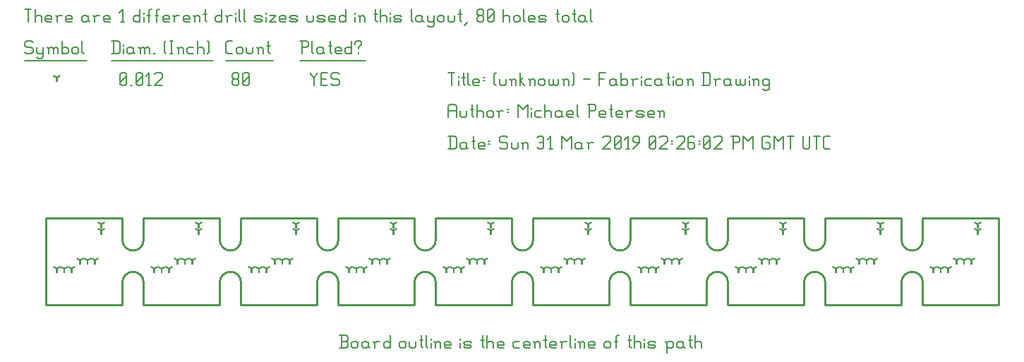
<source format=gbr>
G04 start of page 12 for group -3984 idx -3984 *
G04 Title: (unknown), fab *
G04 Creator: pcb 20140316 *
G04 CreationDate: Sun 31 Mar 2019 02:26:02 PM GMT UTC *
G04 For: railfan *
G04 Format: Gerber/RS-274X *
G04 PCB-Dimensions (mil): 4700.00 620.00 *
G04 PCB-Coordinate-Origin: lower left *
%MOIN*%
%FSLAX25Y25*%
%LNFAB*%
%ADD60C,0.0100*%
%ADD59C,0.0060*%
%ADD58C,0.0001*%
%ADD57R,0.0080X0.0080*%
G54D57*X36000Y49000D02*Y47400D01*
G54D58*G36*
X35454Y49147D02*X37533Y50346D01*
X37933Y49653D01*
X35853Y48454D01*
X35454Y49147D01*
G37*
G36*
X36147Y48454D02*X34067Y49653D01*
X34467Y50346D01*
X36546Y49147D01*
X36147Y48454D01*
G37*
G54D57*X36000Y46000D02*Y44400D01*
G54D58*G36*
X35454Y46147D02*X37533Y47346D01*
X37933Y46653D01*
X35853Y45454D01*
X35454Y46147D01*
G37*
G36*
X36147Y45454D02*X34067Y46653D01*
X34467Y47346D01*
X36546Y46147D01*
X36147Y45454D01*
G37*
G54D57*X15000Y28000D02*Y26400D01*
G54D58*G36*
X14454Y28147D02*X16533Y29346D01*
X16933Y28653D01*
X14853Y27454D01*
X14454Y28147D01*
G37*
G36*
X15147Y27454D02*X13067Y28653D01*
X13467Y29346D01*
X15546Y28147D01*
X15147Y27454D01*
G37*
G54D57*X18500Y28000D02*Y26400D01*
G54D58*G36*
X17954Y28147D02*X20033Y29346D01*
X20433Y28653D01*
X18353Y27454D01*
X17954Y28147D01*
G37*
G36*
X18647Y27454D02*X16567Y28653D01*
X16967Y29346D01*
X19046Y28147D01*
X18647Y27454D01*
G37*
G54D57*X22000Y28000D02*Y26400D01*
G54D58*G36*
X21454Y28147D02*X23533Y29346D01*
X23933Y28653D01*
X21853Y27454D01*
X21454Y28147D01*
G37*
G36*
X22147Y27454D02*X20067Y28653D01*
X20467Y29346D01*
X22546Y28147D01*
X22147Y27454D01*
G37*
G54D57*X26000Y32000D02*Y30400D01*
G54D58*G36*
X25454Y32147D02*X27533Y33346D01*
X27933Y32653D01*
X25853Y31454D01*
X25454Y32147D01*
G37*
G36*
X26147Y31454D02*X24067Y32653D01*
X24467Y33346D01*
X26546Y32147D01*
X26147Y31454D01*
G37*
G54D57*X29500Y32000D02*Y30400D01*
G54D58*G36*
X28954Y32147D02*X31033Y33346D01*
X31433Y32653D01*
X29353Y31454D01*
X28954Y32147D01*
G37*
G36*
X29647Y31454D02*X27567Y32653D01*
X27967Y33346D01*
X30046Y32147D01*
X29647Y31454D01*
G37*
G54D57*X33000Y32000D02*Y30400D01*
G54D58*G36*
X32454Y32147D02*X34533Y33346D01*
X34933Y32653D01*
X32853Y31454D01*
X32454Y32147D01*
G37*
G36*
X33147Y31454D02*X31067Y32653D01*
X31467Y33346D01*
X33546Y32147D01*
X33147Y31454D01*
G37*
G54D57*X79000Y32000D02*Y30400D01*
G54D58*G36*
X78454Y32147D02*X80533Y33346D01*
X80933Y32653D01*
X78853Y31454D01*
X78454Y32147D01*
G37*
G36*
X79147Y31454D02*X77067Y32653D01*
X77467Y33346D01*
X79546Y32147D01*
X79147Y31454D01*
G37*
G54D57*X75500Y32000D02*Y30400D01*
G54D58*G36*
X74954Y32147D02*X77033Y33346D01*
X77433Y32653D01*
X75353Y31454D01*
X74954Y32147D01*
G37*
G36*
X75647Y31454D02*X73567Y32653D01*
X73967Y33346D01*
X76046Y32147D01*
X75647Y31454D01*
G37*
G54D57*X72000Y32000D02*Y30400D01*
G54D58*G36*
X71454Y32147D02*X73533Y33346D01*
X73933Y32653D01*
X71853Y31454D01*
X71454Y32147D01*
G37*
G36*
X72147Y31454D02*X70067Y32653D01*
X70467Y33346D01*
X72546Y32147D01*
X72147Y31454D01*
G37*
G54D57*X68000Y28000D02*Y26400D01*
G54D58*G36*
X67454Y28147D02*X69533Y29346D01*
X69933Y28653D01*
X67853Y27454D01*
X67454Y28147D01*
G37*
G36*
X68147Y27454D02*X66067Y28653D01*
X66467Y29346D01*
X68546Y28147D01*
X68147Y27454D01*
G37*
G54D57*X64500Y28000D02*Y26400D01*
G54D58*G36*
X63954Y28147D02*X66033Y29346D01*
X66433Y28653D01*
X64353Y27454D01*
X63954Y28147D01*
G37*
G36*
X64647Y27454D02*X62567Y28653D01*
X62967Y29346D01*
X65046Y28147D01*
X64647Y27454D01*
G37*
G54D57*X61000Y28000D02*Y26400D01*
G54D58*G36*
X60454Y28147D02*X62533Y29346D01*
X62933Y28653D01*
X60853Y27454D01*
X60454Y28147D01*
G37*
G36*
X61147Y27454D02*X59067Y28653D01*
X59467Y29346D01*
X61546Y28147D01*
X61147Y27454D01*
G37*
G54D57*X82000Y46000D02*Y44400D01*
G54D58*G36*
X81454Y46147D02*X83533Y47346D01*
X83933Y46653D01*
X81853Y45454D01*
X81454Y46147D01*
G37*
G36*
X82147Y45454D02*X80067Y46653D01*
X80467Y47346D01*
X82546Y46147D01*
X82147Y45454D01*
G37*
G54D57*X82000Y49000D02*Y47400D01*
G54D58*G36*
X81454Y49147D02*X83533Y50346D01*
X83933Y49653D01*
X81853Y48454D01*
X81454Y49147D01*
G37*
G36*
X82147Y48454D02*X80067Y49653D01*
X80467Y50346D01*
X82546Y49147D01*
X82147Y48454D01*
G37*
G54D57*X125000Y32000D02*Y30400D01*
G54D58*G36*
X124454Y32147D02*X126533Y33346D01*
X126933Y32653D01*
X124853Y31454D01*
X124454Y32147D01*
G37*
G36*
X125147Y31454D02*X123067Y32653D01*
X123467Y33346D01*
X125546Y32147D01*
X125147Y31454D01*
G37*
G54D57*X121500Y32000D02*Y30400D01*
G54D58*G36*
X120954Y32147D02*X123033Y33346D01*
X123433Y32653D01*
X121353Y31454D01*
X120954Y32147D01*
G37*
G36*
X121647Y31454D02*X119567Y32653D01*
X119967Y33346D01*
X122046Y32147D01*
X121647Y31454D01*
G37*
G54D57*X118000Y32000D02*Y30400D01*
G54D58*G36*
X117454Y32147D02*X119533Y33346D01*
X119933Y32653D01*
X117853Y31454D01*
X117454Y32147D01*
G37*
G36*
X118147Y31454D02*X116067Y32653D01*
X116467Y33346D01*
X118546Y32147D01*
X118147Y31454D01*
G37*
G54D57*X114000Y28000D02*Y26400D01*
G54D58*G36*
X113454Y28147D02*X115533Y29346D01*
X115933Y28653D01*
X113853Y27454D01*
X113454Y28147D01*
G37*
G36*
X114147Y27454D02*X112067Y28653D01*
X112467Y29346D01*
X114546Y28147D01*
X114147Y27454D01*
G37*
G54D57*X110500Y28000D02*Y26400D01*
G54D58*G36*
X109954Y28147D02*X112033Y29346D01*
X112433Y28653D01*
X110353Y27454D01*
X109954Y28147D01*
G37*
G36*
X110647Y27454D02*X108567Y28653D01*
X108967Y29346D01*
X111046Y28147D01*
X110647Y27454D01*
G37*
G54D57*X107000Y28000D02*Y26400D01*
G54D58*G36*
X106454Y28147D02*X108533Y29346D01*
X108933Y28653D01*
X106853Y27454D01*
X106454Y28147D01*
G37*
G36*
X107147Y27454D02*X105067Y28653D01*
X105467Y29346D01*
X107546Y28147D01*
X107147Y27454D01*
G37*
G54D57*X128000Y46000D02*Y44400D01*
G54D58*G36*
X127454Y46147D02*X129533Y47346D01*
X129933Y46653D01*
X127853Y45454D01*
X127454Y46147D01*
G37*
G36*
X128147Y45454D02*X126067Y46653D01*
X126467Y47346D01*
X128546Y46147D01*
X128147Y45454D01*
G37*
G54D57*X128000Y49000D02*Y47400D01*
G54D58*G36*
X127454Y49147D02*X129533Y50346D01*
X129933Y49653D01*
X127853Y48454D01*
X127454Y49147D01*
G37*
G36*
X128147Y48454D02*X126067Y49653D01*
X126467Y50346D01*
X128546Y49147D01*
X128147Y48454D01*
G37*
G54D57*X171000Y32000D02*Y30400D01*
G54D58*G36*
X170454Y32147D02*X172533Y33346D01*
X172933Y32653D01*
X170853Y31454D01*
X170454Y32147D01*
G37*
G36*
X171147Y31454D02*X169067Y32653D01*
X169467Y33346D01*
X171546Y32147D01*
X171147Y31454D01*
G37*
G54D57*X167500Y32000D02*Y30400D01*
G54D58*G36*
X166954Y32147D02*X169033Y33346D01*
X169433Y32653D01*
X167353Y31454D01*
X166954Y32147D01*
G37*
G36*
X167647Y31454D02*X165567Y32653D01*
X165967Y33346D01*
X168046Y32147D01*
X167647Y31454D01*
G37*
G54D57*X164000Y32000D02*Y30400D01*
G54D58*G36*
X163454Y32147D02*X165533Y33346D01*
X165933Y32653D01*
X163853Y31454D01*
X163454Y32147D01*
G37*
G36*
X164147Y31454D02*X162067Y32653D01*
X162467Y33346D01*
X164546Y32147D01*
X164147Y31454D01*
G37*
G54D57*X160000Y28000D02*Y26400D01*
G54D58*G36*
X159454Y28147D02*X161533Y29346D01*
X161933Y28653D01*
X159853Y27454D01*
X159454Y28147D01*
G37*
G36*
X160147Y27454D02*X158067Y28653D01*
X158467Y29346D01*
X160546Y28147D01*
X160147Y27454D01*
G37*
G54D57*X156500Y28000D02*Y26400D01*
G54D58*G36*
X155954Y28147D02*X158033Y29346D01*
X158433Y28653D01*
X156353Y27454D01*
X155954Y28147D01*
G37*
G36*
X156647Y27454D02*X154567Y28653D01*
X154967Y29346D01*
X157046Y28147D01*
X156647Y27454D01*
G37*
G54D57*X153000Y28000D02*Y26400D01*
G54D58*G36*
X152454Y28147D02*X154533Y29346D01*
X154933Y28653D01*
X152853Y27454D01*
X152454Y28147D01*
G37*
G36*
X153147Y27454D02*X151067Y28653D01*
X151467Y29346D01*
X153546Y28147D01*
X153147Y27454D01*
G37*
G54D57*X174000Y46000D02*Y44400D01*
G54D58*G36*
X173454Y46147D02*X175533Y47346D01*
X175933Y46653D01*
X173853Y45454D01*
X173454Y46147D01*
G37*
G36*
X174147Y45454D02*X172067Y46653D01*
X172467Y47346D01*
X174546Y46147D01*
X174147Y45454D01*
G37*
G54D57*X174000Y49000D02*Y47400D01*
G54D58*G36*
X173454Y49147D02*X175533Y50346D01*
X175933Y49653D01*
X173853Y48454D01*
X173454Y49147D01*
G37*
G36*
X174147Y48454D02*X172067Y49653D01*
X172467Y50346D01*
X174546Y49147D01*
X174147Y48454D01*
G37*
G54D57*X217000Y32000D02*Y30400D01*
G54D58*G36*
X216454Y32147D02*X218533Y33346D01*
X218933Y32653D01*
X216853Y31454D01*
X216454Y32147D01*
G37*
G36*
X217147Y31454D02*X215067Y32653D01*
X215467Y33346D01*
X217546Y32147D01*
X217147Y31454D01*
G37*
G54D57*X213500Y32000D02*Y30400D01*
G54D58*G36*
X212954Y32147D02*X215033Y33346D01*
X215433Y32653D01*
X213353Y31454D01*
X212954Y32147D01*
G37*
G36*
X213647Y31454D02*X211567Y32653D01*
X211967Y33346D01*
X214046Y32147D01*
X213647Y31454D01*
G37*
G54D57*X210000Y32000D02*Y30400D01*
G54D58*G36*
X209454Y32147D02*X211533Y33346D01*
X211933Y32653D01*
X209853Y31454D01*
X209454Y32147D01*
G37*
G36*
X210147Y31454D02*X208067Y32653D01*
X208467Y33346D01*
X210546Y32147D01*
X210147Y31454D01*
G37*
G54D57*X206000Y28000D02*Y26400D01*
G54D58*G36*
X205454Y28147D02*X207533Y29346D01*
X207933Y28653D01*
X205853Y27454D01*
X205454Y28147D01*
G37*
G36*
X206147Y27454D02*X204067Y28653D01*
X204467Y29346D01*
X206546Y28147D01*
X206147Y27454D01*
G37*
G54D57*X202500Y28000D02*Y26400D01*
G54D58*G36*
X201954Y28147D02*X204033Y29346D01*
X204433Y28653D01*
X202353Y27454D01*
X201954Y28147D01*
G37*
G36*
X202647Y27454D02*X200567Y28653D01*
X200967Y29346D01*
X203046Y28147D01*
X202647Y27454D01*
G37*
G54D57*X199000Y28000D02*Y26400D01*
G54D58*G36*
X198454Y28147D02*X200533Y29346D01*
X200933Y28653D01*
X198853Y27454D01*
X198454Y28147D01*
G37*
G36*
X199147Y27454D02*X197067Y28653D01*
X197467Y29346D01*
X199546Y28147D01*
X199147Y27454D01*
G37*
G54D57*X220000Y46000D02*Y44400D01*
G54D58*G36*
X219454Y46147D02*X221533Y47346D01*
X221933Y46653D01*
X219853Y45454D01*
X219454Y46147D01*
G37*
G36*
X220147Y45454D02*X218067Y46653D01*
X218467Y47346D01*
X220546Y46147D01*
X220147Y45454D01*
G37*
G54D57*X220000Y49000D02*Y47400D01*
G54D58*G36*
X219454Y49147D02*X221533Y50346D01*
X221933Y49653D01*
X219853Y48454D01*
X219454Y49147D01*
G37*
G36*
X220147Y48454D02*X218067Y49653D01*
X218467Y50346D01*
X220546Y49147D01*
X220147Y48454D01*
G37*
G54D57*X263000Y32000D02*Y30400D01*
G54D58*G36*
X262454Y32147D02*X264533Y33346D01*
X264933Y32653D01*
X262853Y31454D01*
X262454Y32147D01*
G37*
G36*
X263147Y31454D02*X261067Y32653D01*
X261467Y33346D01*
X263546Y32147D01*
X263147Y31454D01*
G37*
G54D57*X259500Y32000D02*Y30400D01*
G54D58*G36*
X258954Y32147D02*X261033Y33346D01*
X261433Y32653D01*
X259353Y31454D01*
X258954Y32147D01*
G37*
G36*
X259647Y31454D02*X257567Y32653D01*
X257967Y33346D01*
X260046Y32147D01*
X259647Y31454D01*
G37*
G54D57*X256000Y32000D02*Y30400D01*
G54D58*G36*
X255454Y32147D02*X257533Y33346D01*
X257933Y32653D01*
X255853Y31454D01*
X255454Y32147D01*
G37*
G36*
X256147Y31454D02*X254067Y32653D01*
X254467Y33346D01*
X256546Y32147D01*
X256147Y31454D01*
G37*
G54D57*X252000Y28000D02*Y26400D01*
G54D58*G36*
X251454Y28147D02*X253533Y29346D01*
X253933Y28653D01*
X251853Y27454D01*
X251454Y28147D01*
G37*
G36*
X252147Y27454D02*X250067Y28653D01*
X250467Y29346D01*
X252546Y28147D01*
X252147Y27454D01*
G37*
G54D57*X248500Y28000D02*Y26400D01*
G54D58*G36*
X247954Y28147D02*X250033Y29346D01*
X250433Y28653D01*
X248353Y27454D01*
X247954Y28147D01*
G37*
G36*
X248647Y27454D02*X246567Y28653D01*
X246967Y29346D01*
X249046Y28147D01*
X248647Y27454D01*
G37*
G54D57*X245000Y28000D02*Y26400D01*
G54D58*G36*
X244454Y28147D02*X246533Y29346D01*
X246933Y28653D01*
X244853Y27454D01*
X244454Y28147D01*
G37*
G36*
X245147Y27454D02*X243067Y28653D01*
X243467Y29346D01*
X245546Y28147D01*
X245147Y27454D01*
G37*
G54D57*X266000Y46000D02*Y44400D01*
G54D58*G36*
X265454Y46147D02*X267533Y47346D01*
X267933Y46653D01*
X265853Y45454D01*
X265454Y46147D01*
G37*
G36*
X266147Y45454D02*X264067Y46653D01*
X264467Y47346D01*
X266546Y46147D01*
X266147Y45454D01*
G37*
G54D57*X266000Y49000D02*Y47400D01*
G54D58*G36*
X265454Y49147D02*X267533Y50346D01*
X267933Y49653D01*
X265853Y48454D01*
X265454Y49147D01*
G37*
G36*
X266147Y48454D02*X264067Y49653D01*
X264467Y50346D01*
X266546Y49147D01*
X266147Y48454D01*
G37*
G54D57*X309000Y32000D02*Y30400D01*
G54D58*G36*
X308454Y32147D02*X310533Y33346D01*
X310933Y32653D01*
X308853Y31454D01*
X308454Y32147D01*
G37*
G36*
X309147Y31454D02*X307067Y32653D01*
X307467Y33346D01*
X309546Y32147D01*
X309147Y31454D01*
G37*
G54D57*X305500Y32000D02*Y30400D01*
G54D58*G36*
X304954Y32147D02*X307033Y33346D01*
X307433Y32653D01*
X305353Y31454D01*
X304954Y32147D01*
G37*
G36*
X305647Y31454D02*X303567Y32653D01*
X303967Y33346D01*
X306046Y32147D01*
X305647Y31454D01*
G37*
G54D57*X302000Y32000D02*Y30400D01*
G54D58*G36*
X301454Y32147D02*X303533Y33346D01*
X303933Y32653D01*
X301853Y31454D01*
X301454Y32147D01*
G37*
G36*
X302147Y31454D02*X300067Y32653D01*
X300467Y33346D01*
X302546Y32147D01*
X302147Y31454D01*
G37*
G54D57*X298000Y28000D02*Y26400D01*
G54D58*G36*
X297454Y28147D02*X299533Y29346D01*
X299933Y28653D01*
X297853Y27454D01*
X297454Y28147D01*
G37*
G36*
X298147Y27454D02*X296067Y28653D01*
X296467Y29346D01*
X298546Y28147D01*
X298147Y27454D01*
G37*
G54D57*X294500Y28000D02*Y26400D01*
G54D58*G36*
X293954Y28147D02*X296033Y29346D01*
X296433Y28653D01*
X294353Y27454D01*
X293954Y28147D01*
G37*
G36*
X294647Y27454D02*X292567Y28653D01*
X292967Y29346D01*
X295046Y28147D01*
X294647Y27454D01*
G37*
G54D57*X291000Y28000D02*Y26400D01*
G54D58*G36*
X290454Y28147D02*X292533Y29346D01*
X292933Y28653D01*
X290853Y27454D01*
X290454Y28147D01*
G37*
G36*
X291147Y27454D02*X289067Y28653D01*
X289467Y29346D01*
X291546Y28147D01*
X291147Y27454D01*
G37*
G54D57*X312000Y46000D02*Y44400D01*
G54D58*G36*
X311454Y46147D02*X313533Y47346D01*
X313933Y46653D01*
X311853Y45454D01*
X311454Y46147D01*
G37*
G36*
X312147Y45454D02*X310067Y46653D01*
X310467Y47346D01*
X312546Y46147D01*
X312147Y45454D01*
G37*
G54D57*X312000Y49000D02*Y47400D01*
G54D58*G36*
X311454Y49147D02*X313533Y50346D01*
X313933Y49653D01*
X311853Y48454D01*
X311454Y49147D01*
G37*
G36*
X312147Y48454D02*X310067Y49653D01*
X310467Y50346D01*
X312546Y49147D01*
X312147Y48454D01*
G37*
G54D57*X355000Y32000D02*Y30400D01*
G54D58*G36*
X354454Y32147D02*X356533Y33346D01*
X356933Y32653D01*
X354853Y31454D01*
X354454Y32147D01*
G37*
G36*
X355147Y31454D02*X353067Y32653D01*
X353467Y33346D01*
X355546Y32147D01*
X355147Y31454D01*
G37*
G54D57*X351500Y32000D02*Y30400D01*
G54D58*G36*
X350954Y32147D02*X353033Y33346D01*
X353433Y32653D01*
X351353Y31454D01*
X350954Y32147D01*
G37*
G36*
X351647Y31454D02*X349567Y32653D01*
X349967Y33346D01*
X352046Y32147D01*
X351647Y31454D01*
G37*
G54D57*X348000Y32000D02*Y30400D01*
G54D58*G36*
X347454Y32147D02*X349533Y33346D01*
X349933Y32653D01*
X347853Y31454D01*
X347454Y32147D01*
G37*
G36*
X348147Y31454D02*X346067Y32653D01*
X346467Y33346D01*
X348546Y32147D01*
X348147Y31454D01*
G37*
G54D57*X344000Y28000D02*Y26400D01*
G54D58*G36*
X343454Y28147D02*X345533Y29346D01*
X345933Y28653D01*
X343853Y27454D01*
X343454Y28147D01*
G37*
G36*
X344147Y27454D02*X342067Y28653D01*
X342467Y29346D01*
X344546Y28147D01*
X344147Y27454D01*
G37*
G54D57*X340500Y28000D02*Y26400D01*
G54D58*G36*
X339954Y28147D02*X342033Y29346D01*
X342433Y28653D01*
X340353Y27454D01*
X339954Y28147D01*
G37*
G36*
X340647Y27454D02*X338567Y28653D01*
X338967Y29346D01*
X341046Y28147D01*
X340647Y27454D01*
G37*
G54D57*X337000Y28000D02*Y26400D01*
G54D58*G36*
X336454Y28147D02*X338533Y29346D01*
X338933Y28653D01*
X336853Y27454D01*
X336454Y28147D01*
G37*
G36*
X337147Y27454D02*X335067Y28653D01*
X335467Y29346D01*
X337546Y28147D01*
X337147Y27454D01*
G37*
G54D57*X358000Y46000D02*Y44400D01*
G54D58*G36*
X357454Y46147D02*X359533Y47346D01*
X359933Y46653D01*
X357853Y45454D01*
X357454Y46147D01*
G37*
G36*
X358147Y45454D02*X356067Y46653D01*
X356467Y47346D01*
X358546Y46147D01*
X358147Y45454D01*
G37*
G54D57*X358000Y49000D02*Y47400D01*
G54D58*G36*
X357454Y49147D02*X359533Y50346D01*
X359933Y49653D01*
X357853Y48454D01*
X357454Y49147D01*
G37*
G36*
X358147Y48454D02*X356067Y49653D01*
X356467Y50346D01*
X358546Y49147D01*
X358147Y48454D01*
G37*
G54D57*X401000Y32000D02*Y30400D01*
G54D58*G36*
X400454Y32147D02*X402533Y33346D01*
X402933Y32653D01*
X400853Y31454D01*
X400454Y32147D01*
G37*
G36*
X401147Y31454D02*X399067Y32653D01*
X399467Y33346D01*
X401546Y32147D01*
X401147Y31454D01*
G37*
G54D57*X397500Y32000D02*Y30400D01*
G54D58*G36*
X396954Y32147D02*X399033Y33346D01*
X399433Y32653D01*
X397353Y31454D01*
X396954Y32147D01*
G37*
G36*
X397647Y31454D02*X395567Y32653D01*
X395967Y33346D01*
X398046Y32147D01*
X397647Y31454D01*
G37*
G54D57*X394000Y32000D02*Y30400D01*
G54D58*G36*
X393454Y32147D02*X395533Y33346D01*
X395933Y32653D01*
X393853Y31454D01*
X393454Y32147D01*
G37*
G36*
X394147Y31454D02*X392067Y32653D01*
X392467Y33346D01*
X394546Y32147D01*
X394147Y31454D01*
G37*
G54D57*X390000Y28000D02*Y26400D01*
G54D58*G36*
X389454Y28147D02*X391533Y29346D01*
X391933Y28653D01*
X389853Y27454D01*
X389454Y28147D01*
G37*
G36*
X390147Y27454D02*X388067Y28653D01*
X388467Y29346D01*
X390546Y28147D01*
X390147Y27454D01*
G37*
G54D57*X386500Y28000D02*Y26400D01*
G54D58*G36*
X385954Y28147D02*X388033Y29346D01*
X388433Y28653D01*
X386353Y27454D01*
X385954Y28147D01*
G37*
G36*
X386647Y27454D02*X384567Y28653D01*
X384967Y29346D01*
X387046Y28147D01*
X386647Y27454D01*
G37*
G54D57*X383000Y28000D02*Y26400D01*
G54D58*G36*
X382454Y28147D02*X384533Y29346D01*
X384933Y28653D01*
X382853Y27454D01*
X382454Y28147D01*
G37*
G36*
X383147Y27454D02*X381067Y28653D01*
X381467Y29346D01*
X383546Y28147D01*
X383147Y27454D01*
G37*
G54D57*X404000Y46000D02*Y44400D01*
G54D58*G36*
X403454Y46147D02*X405533Y47346D01*
X405933Y46653D01*
X403853Y45454D01*
X403454Y46147D01*
G37*
G36*
X404147Y45454D02*X402067Y46653D01*
X402467Y47346D01*
X404546Y46147D01*
X404147Y45454D01*
G37*
G54D57*X404000Y49000D02*Y47400D01*
G54D58*G36*
X403454Y49147D02*X405533Y50346D01*
X405933Y49653D01*
X403853Y48454D01*
X403454Y49147D01*
G37*
G36*
X404147Y48454D02*X402067Y49653D01*
X402467Y50346D01*
X404546Y49147D01*
X404147Y48454D01*
G37*
G54D57*X447000Y32000D02*Y30400D01*
G54D58*G36*
X446454Y32147D02*X448533Y33346D01*
X448933Y32653D01*
X446853Y31454D01*
X446454Y32147D01*
G37*
G36*
X447147Y31454D02*X445067Y32653D01*
X445467Y33346D01*
X447546Y32147D01*
X447147Y31454D01*
G37*
G54D57*X443500Y32000D02*Y30400D01*
G54D58*G36*
X442954Y32147D02*X445033Y33346D01*
X445433Y32653D01*
X443353Y31454D01*
X442954Y32147D01*
G37*
G36*
X443647Y31454D02*X441567Y32653D01*
X441967Y33346D01*
X444046Y32147D01*
X443647Y31454D01*
G37*
G54D57*X440000Y32000D02*Y30400D01*
G54D58*G36*
X439454Y32147D02*X441533Y33346D01*
X441933Y32653D01*
X439853Y31454D01*
X439454Y32147D01*
G37*
G36*
X440147Y31454D02*X438067Y32653D01*
X438467Y33346D01*
X440546Y32147D01*
X440147Y31454D01*
G37*
G54D57*X436000Y28000D02*Y26400D01*
G54D58*G36*
X435454Y28147D02*X437533Y29346D01*
X437933Y28653D01*
X435853Y27454D01*
X435454Y28147D01*
G37*
G36*
X436147Y27454D02*X434067Y28653D01*
X434467Y29346D01*
X436546Y28147D01*
X436147Y27454D01*
G37*
G54D57*X432500Y28000D02*Y26400D01*
G54D58*G36*
X431954Y28147D02*X434033Y29346D01*
X434433Y28653D01*
X432353Y27454D01*
X431954Y28147D01*
G37*
G36*
X432647Y27454D02*X430567Y28653D01*
X430967Y29346D01*
X433046Y28147D01*
X432647Y27454D01*
G37*
G54D57*X429000Y28000D02*Y26400D01*
G54D58*G36*
X428454Y28147D02*X430533Y29346D01*
X430933Y28653D01*
X428853Y27454D01*
X428454Y28147D01*
G37*
G36*
X429147Y27454D02*X427067Y28653D01*
X427467Y29346D01*
X429546Y28147D01*
X429147Y27454D01*
G37*
G54D57*X450000Y46000D02*Y44400D01*
G54D58*G36*
X449454Y46147D02*X451533Y47346D01*
X451933Y46653D01*
X449853Y45454D01*
X449454Y46147D01*
G37*
G36*
X450147Y45454D02*X448067Y46653D01*
X448467Y47346D01*
X450546Y46147D01*
X450147Y45454D01*
G37*
G54D57*X450000Y49000D02*Y47400D01*
G54D58*G36*
X449454Y49147D02*X451533Y50346D01*
X451933Y49653D01*
X449853Y48454D01*
X449454Y49147D01*
G37*
G36*
X450147Y48454D02*X448067Y49653D01*
X448467Y50346D01*
X450546Y49147D01*
X450147Y48454D01*
G37*
G54D57*X15000Y118250D02*Y116650D01*
G54D58*G36*
X14454Y118397D02*X16533Y119596D01*
X16933Y118903D01*
X14853Y117704D01*
X14454Y118397D01*
G37*
G36*
X15147Y117704D02*X13067Y118903D01*
X13467Y119596D01*
X15546Y118397D01*
X15147Y117704D01*
G37*
G54D59*X135000Y120500D02*Y119750D01*
X136500Y118250D01*
X138000Y119750D01*
Y120500D02*Y119750D01*
X136500Y118250D02*Y114500D01*
X139800Y117500D02*X142050D01*
X139800Y114500D02*X142800D01*
X139800Y120500D02*Y114500D01*
Y120500D02*X142800D01*
X147600D02*X148350Y119750D01*
X145350Y120500D02*X147600D01*
X144600Y119750D02*X145350Y120500D01*
X144600Y119750D02*Y118250D01*
X145350Y117500D01*
X147600D01*
X148350Y116750D01*
Y115250D01*
X147600Y114500D02*X148350Y115250D01*
X145350Y114500D02*X147600D01*
X144600Y115250D02*X145350Y114500D01*
X98000Y115250D02*X98750Y114500D01*
X98000Y116750D02*Y115250D01*
Y116750D02*X98750Y117500D01*
X100250D01*
X101000Y116750D01*
Y115250D01*
X100250Y114500D02*X101000Y115250D01*
X98750Y114500D02*X100250D01*
X98000Y118250D02*X98750Y117500D01*
X98000Y119750D02*Y118250D01*
Y119750D02*X98750Y120500D01*
X100250D01*
X101000Y119750D01*
Y118250D01*
X100250Y117500D02*X101000Y118250D01*
X102800Y115250D02*X103550Y114500D01*
X102800Y119750D02*Y115250D01*
Y119750D02*X103550Y120500D01*
X105050D01*
X105800Y119750D01*
Y115250D01*
X105050Y114500D02*X105800Y115250D01*
X103550Y114500D02*X105050D01*
X102800Y116000D02*X105800Y119000D01*
X45000Y115250D02*X45750Y114500D01*
X45000Y119750D02*Y115250D01*
Y119750D02*X45750Y120500D01*
X47250D01*
X48000Y119750D01*
Y115250D01*
X47250Y114500D02*X48000Y115250D01*
X45750Y114500D02*X47250D01*
X45000Y116000D02*X48000Y119000D01*
X49800Y114500D02*X50550D01*
X52350Y115250D02*X53100Y114500D01*
X52350Y119750D02*Y115250D01*
Y119750D02*X53100Y120500D01*
X54600D01*
X55350Y119750D01*
Y115250D01*
X54600Y114500D02*X55350Y115250D01*
X53100Y114500D02*X54600D01*
X52350Y116000D02*X55350Y119000D01*
X57900Y114500D02*X59400D01*
X58650Y120500D02*Y114500D01*
X57150Y119000D02*X58650Y120500D01*
X61200Y119750D02*X61950Y120500D01*
X64200D01*
X64950Y119750D01*
Y118250D01*
X61200Y114500D02*X64950Y118250D01*
X61200Y114500D02*X64950D01*
X3000Y135500D02*X3750Y134750D01*
X750Y135500D02*X3000D01*
X0Y134750D02*X750Y135500D01*
X0Y134750D02*Y133250D01*
X750Y132500D01*
X3000D01*
X3750Y131750D01*
Y130250D01*
X3000Y129500D02*X3750Y130250D01*
X750Y129500D02*X3000D01*
X0Y130250D02*X750Y129500D01*
X5550Y132500D02*Y130250D01*
X6300Y129500D01*
X8550Y132500D02*Y128000D01*
X7800Y127250D02*X8550Y128000D01*
X6300Y127250D02*X7800D01*
X5550Y128000D02*X6300Y127250D01*
Y129500D02*X7800D01*
X8550Y130250D01*
X11100Y131750D02*Y129500D01*
Y131750D02*X11850Y132500D01*
X12600D01*
X13350Y131750D01*
Y129500D01*
Y131750D02*X14100Y132500D01*
X14850D01*
X15600Y131750D01*
Y129500D01*
X10350Y132500D02*X11100Y131750D01*
X17400Y135500D02*Y129500D01*
Y130250D02*X18150Y129500D01*
X19650D01*
X20400Y130250D01*
Y131750D02*Y130250D01*
X19650Y132500D02*X20400Y131750D01*
X18150Y132500D02*X19650D01*
X17400Y131750D02*X18150Y132500D01*
X22200Y131750D02*Y130250D01*
Y131750D02*X22950Y132500D01*
X24450D01*
X25200Y131750D01*
Y130250D01*
X24450Y129500D02*X25200Y130250D01*
X22950Y129500D02*X24450D01*
X22200Y130250D02*X22950Y129500D01*
X27000Y135500D02*Y130250D01*
X27750Y129500D01*
X0Y126250D02*X29250D01*
X41750Y135500D02*Y129500D01*
X44000Y135500D02*X44750Y134750D01*
Y130250D01*
X44000Y129500D02*X44750Y130250D01*
X41000Y129500D02*X44000D01*
X41000Y135500D02*X44000D01*
X46550Y134000D02*Y133250D01*
Y131750D02*Y129500D01*
X50300Y132500D02*X51050Y131750D01*
X48800Y132500D02*X50300D01*
X48050Y131750D02*X48800Y132500D01*
X48050Y131750D02*Y130250D01*
X48800Y129500D01*
X51050Y132500D02*Y130250D01*
X51800Y129500D01*
X48800D02*X50300D01*
X51050Y130250D01*
X54350Y131750D02*Y129500D01*
Y131750D02*X55100Y132500D01*
X55850D01*
X56600Y131750D01*
Y129500D01*
Y131750D02*X57350Y132500D01*
X58100D01*
X58850Y131750D01*
Y129500D01*
X53600Y132500D02*X54350Y131750D01*
X60650Y129500D02*X61400D01*
X65900Y130250D02*X66650Y129500D01*
X65900Y134750D02*X66650Y135500D01*
X65900Y134750D02*Y130250D01*
X68450Y135500D02*X69950D01*
X69200D02*Y129500D01*
X68450D02*X69950D01*
X72500Y131750D02*Y129500D01*
Y131750D02*X73250Y132500D01*
X74000D01*
X74750Y131750D01*
Y129500D01*
X71750Y132500D02*X72500Y131750D01*
X77300Y132500D02*X79550D01*
X76550Y131750D02*X77300Y132500D01*
X76550Y131750D02*Y130250D01*
X77300Y129500D01*
X79550D01*
X81350Y135500D02*Y129500D01*
Y131750D02*X82100Y132500D01*
X83600D01*
X84350Y131750D01*
Y129500D01*
X86150Y135500D02*X86900Y134750D01*
Y130250D01*
X86150Y129500D02*X86900Y130250D01*
X41000Y126250D02*X88700D01*
X95750Y129500D02*X98000D01*
X95000Y130250D02*X95750Y129500D01*
X95000Y134750D02*Y130250D01*
Y134750D02*X95750Y135500D01*
X98000D01*
X99800Y131750D02*Y130250D01*
Y131750D02*X100550Y132500D01*
X102050D01*
X102800Y131750D01*
Y130250D01*
X102050Y129500D02*X102800Y130250D01*
X100550Y129500D02*X102050D01*
X99800Y130250D02*X100550Y129500D01*
X104600Y132500D02*Y130250D01*
X105350Y129500D01*
X106850D01*
X107600Y130250D01*
Y132500D02*Y130250D01*
X110150Y131750D02*Y129500D01*
Y131750D02*X110900Y132500D01*
X111650D01*
X112400Y131750D01*
Y129500D01*
X109400Y132500D02*X110150Y131750D01*
X114950Y135500D02*Y130250D01*
X115700Y129500D01*
X114200Y133250D02*X115700D01*
X95000Y126250D02*X117200D01*
X130750Y135500D02*Y129500D01*
X130000Y135500D02*X133000D01*
X133750Y134750D01*
Y133250D01*
X133000Y132500D02*X133750Y133250D01*
X130750Y132500D02*X133000D01*
X135550Y135500D02*Y130250D01*
X136300Y129500D01*
X140050Y132500D02*X140800Y131750D01*
X138550Y132500D02*X140050D01*
X137800Y131750D02*X138550Y132500D01*
X137800Y131750D02*Y130250D01*
X138550Y129500D01*
X140800Y132500D02*Y130250D01*
X141550Y129500D01*
X138550D02*X140050D01*
X140800Y130250D01*
X144100Y135500D02*Y130250D01*
X144850Y129500D01*
X143350Y133250D02*X144850D01*
X147100Y129500D02*X149350D01*
X146350Y130250D02*X147100Y129500D01*
X146350Y131750D02*Y130250D01*
Y131750D02*X147100Y132500D01*
X148600D01*
X149350Y131750D01*
X146350Y131000D02*X149350D01*
Y131750D02*Y131000D01*
X154150Y135500D02*Y129500D01*
X153400D02*X154150Y130250D01*
X151900Y129500D02*X153400D01*
X151150Y130250D02*X151900Y129500D01*
X151150Y131750D02*Y130250D01*
Y131750D02*X151900Y132500D01*
X153400D01*
X154150Y131750D01*
X157450Y132500D02*Y131750D01*
Y130250D02*Y129500D01*
X155950Y134750D02*Y134000D01*
Y134750D02*X156700Y135500D01*
X158200D01*
X158950Y134750D01*
Y134000D01*
X157450Y132500D02*X158950Y134000D01*
X130000Y126250D02*X160750D01*
X0Y150500D02*X3000D01*
X1500D02*Y144500D01*
X4800Y150500D02*Y144500D01*
Y146750D02*X5550Y147500D01*
X7050D01*
X7800Y146750D01*
Y144500D01*
X10350D02*X12600D01*
X9600Y145250D02*X10350Y144500D01*
X9600Y146750D02*Y145250D01*
Y146750D02*X10350Y147500D01*
X11850D01*
X12600Y146750D01*
X9600Y146000D02*X12600D01*
Y146750D02*Y146000D01*
X15150Y146750D02*Y144500D01*
Y146750D02*X15900Y147500D01*
X17400D01*
X14400D02*X15150Y146750D01*
X19950Y144500D02*X22200D01*
X19200Y145250D02*X19950Y144500D01*
X19200Y146750D02*Y145250D01*
Y146750D02*X19950Y147500D01*
X21450D01*
X22200Y146750D01*
X19200Y146000D02*X22200D01*
Y146750D02*Y146000D01*
X28950Y147500D02*X29700Y146750D01*
X27450Y147500D02*X28950D01*
X26700Y146750D02*X27450Y147500D01*
X26700Y146750D02*Y145250D01*
X27450Y144500D01*
X29700Y147500D02*Y145250D01*
X30450Y144500D01*
X27450D02*X28950D01*
X29700Y145250D01*
X33000Y146750D02*Y144500D01*
Y146750D02*X33750Y147500D01*
X35250D01*
X32250D02*X33000Y146750D01*
X37800Y144500D02*X40050D01*
X37050Y145250D02*X37800Y144500D01*
X37050Y146750D02*Y145250D01*
Y146750D02*X37800Y147500D01*
X39300D01*
X40050Y146750D01*
X37050Y146000D02*X40050D01*
Y146750D02*Y146000D01*
X45300Y144500D02*X46800D01*
X46050Y150500D02*Y144500D01*
X44550Y149000D02*X46050Y150500D01*
X54300D02*Y144500D01*
X53550D02*X54300Y145250D01*
X52050Y144500D02*X53550D01*
X51300Y145250D02*X52050Y144500D01*
X51300Y146750D02*Y145250D01*
Y146750D02*X52050Y147500D01*
X53550D01*
X54300Y146750D01*
X56100Y149000D02*Y148250D01*
Y146750D02*Y144500D01*
X58350Y149750D02*Y144500D01*
Y149750D02*X59100Y150500D01*
X59850D01*
X57600Y147500D02*X59100D01*
X62100Y149750D02*Y144500D01*
Y149750D02*X62850Y150500D01*
X63600D01*
X61350Y147500D02*X62850D01*
X65850Y144500D02*X68100D01*
X65100Y145250D02*X65850Y144500D01*
X65100Y146750D02*Y145250D01*
Y146750D02*X65850Y147500D01*
X67350D01*
X68100Y146750D01*
X65100Y146000D02*X68100D01*
Y146750D02*Y146000D01*
X70650Y146750D02*Y144500D01*
Y146750D02*X71400Y147500D01*
X72900D01*
X69900D02*X70650Y146750D01*
X75450Y144500D02*X77700D01*
X74700Y145250D02*X75450Y144500D01*
X74700Y146750D02*Y145250D01*
Y146750D02*X75450Y147500D01*
X76950D01*
X77700Y146750D01*
X74700Y146000D02*X77700D01*
Y146750D02*Y146000D01*
X80250Y146750D02*Y144500D01*
Y146750D02*X81000Y147500D01*
X81750D01*
X82500Y146750D01*
Y144500D01*
X79500Y147500D02*X80250Y146750D01*
X85050Y150500D02*Y145250D01*
X85800Y144500D01*
X84300Y148250D02*X85800D01*
X93000Y150500D02*Y144500D01*
X92250D02*X93000Y145250D01*
X90750Y144500D02*X92250D01*
X90000Y145250D02*X90750Y144500D01*
X90000Y146750D02*Y145250D01*
Y146750D02*X90750Y147500D01*
X92250D01*
X93000Y146750D01*
X95550D02*Y144500D01*
Y146750D02*X96300Y147500D01*
X97800D01*
X94800D02*X95550Y146750D01*
X99600Y149000D02*Y148250D01*
Y146750D02*Y144500D01*
X101100Y150500D02*Y145250D01*
X101850Y144500D01*
X103350Y150500D02*Y145250D01*
X104100Y144500D01*
X109050D02*X111300D01*
X112050Y145250D01*
X111300Y146000D02*X112050Y145250D01*
X109050Y146000D02*X111300D01*
X108300Y146750D02*X109050Y146000D01*
X108300Y146750D02*X109050Y147500D01*
X111300D01*
X112050Y146750D01*
X108300Y145250D02*X109050Y144500D01*
X113850Y149000D02*Y148250D01*
Y146750D02*Y144500D01*
X115350Y147500D02*X118350D01*
X115350Y144500D02*X118350Y147500D01*
X115350Y144500D02*X118350D01*
X120900D02*X123150D01*
X120150Y145250D02*X120900Y144500D01*
X120150Y146750D02*Y145250D01*
Y146750D02*X120900Y147500D01*
X122400D01*
X123150Y146750D01*
X120150Y146000D02*X123150D01*
Y146750D02*Y146000D01*
X125700Y144500D02*X127950D01*
X128700Y145250D01*
X127950Y146000D02*X128700Y145250D01*
X125700Y146000D02*X127950D01*
X124950Y146750D02*X125700Y146000D01*
X124950Y146750D02*X125700Y147500D01*
X127950D01*
X128700Y146750D01*
X124950Y145250D02*X125700Y144500D01*
X133200Y147500D02*Y145250D01*
X133950Y144500D01*
X135450D01*
X136200Y145250D01*
Y147500D02*Y145250D01*
X138750Y144500D02*X141000D01*
X141750Y145250D01*
X141000Y146000D02*X141750Y145250D01*
X138750Y146000D02*X141000D01*
X138000Y146750D02*X138750Y146000D01*
X138000Y146750D02*X138750Y147500D01*
X141000D01*
X141750Y146750D01*
X138000Y145250D02*X138750Y144500D01*
X144300D02*X146550D01*
X143550Y145250D02*X144300Y144500D01*
X143550Y146750D02*Y145250D01*
Y146750D02*X144300Y147500D01*
X145800D01*
X146550Y146750D01*
X143550Y146000D02*X146550D01*
Y146750D02*Y146000D01*
X151350Y150500D02*Y144500D01*
X150600D02*X151350Y145250D01*
X149100Y144500D02*X150600D01*
X148350Y145250D02*X149100Y144500D01*
X148350Y146750D02*Y145250D01*
Y146750D02*X149100Y147500D01*
X150600D01*
X151350Y146750D01*
X155850Y149000D02*Y148250D01*
Y146750D02*Y144500D01*
X158100Y146750D02*Y144500D01*
Y146750D02*X158850Y147500D01*
X159600D01*
X160350Y146750D01*
Y144500D01*
X157350Y147500D02*X158100Y146750D01*
X165600Y150500D02*Y145250D01*
X166350Y144500D01*
X164850Y148250D02*X166350D01*
X167850Y150500D02*Y144500D01*
Y146750D02*X168600Y147500D01*
X170100D01*
X170850Y146750D01*
Y144500D01*
X172650Y149000D02*Y148250D01*
Y146750D02*Y144500D01*
X174900D02*X177150D01*
X177900Y145250D01*
X177150Y146000D02*X177900Y145250D01*
X174900Y146000D02*X177150D01*
X174150Y146750D02*X174900Y146000D01*
X174150Y146750D02*X174900Y147500D01*
X177150D01*
X177900Y146750D01*
X174150Y145250D02*X174900Y144500D01*
X182400Y150500D02*Y145250D01*
X183150Y144500D01*
X186900Y147500D02*X187650Y146750D01*
X185400Y147500D02*X186900D01*
X184650Y146750D02*X185400Y147500D01*
X184650Y146750D02*Y145250D01*
X185400Y144500D01*
X187650Y147500D02*Y145250D01*
X188400Y144500D01*
X185400D02*X186900D01*
X187650Y145250D01*
X190200Y147500D02*Y145250D01*
X190950Y144500D01*
X193200Y147500D02*Y143000D01*
X192450Y142250D02*X193200Y143000D01*
X190950Y142250D02*X192450D01*
X190200Y143000D02*X190950Y142250D01*
Y144500D02*X192450D01*
X193200Y145250D01*
X195000Y146750D02*Y145250D01*
Y146750D02*X195750Y147500D01*
X197250D01*
X198000Y146750D01*
Y145250D01*
X197250Y144500D02*X198000Y145250D01*
X195750Y144500D02*X197250D01*
X195000Y145250D02*X195750Y144500D01*
X199800Y147500D02*Y145250D01*
X200550Y144500D01*
X202050D01*
X202800Y145250D01*
Y147500D02*Y145250D01*
X205350Y150500D02*Y145250D01*
X206100Y144500D01*
X204600Y148250D02*X206100D01*
X207600Y143000D02*X209100Y144500D01*
X213600Y145250D02*X214350Y144500D01*
X213600Y146750D02*Y145250D01*
Y146750D02*X214350Y147500D01*
X215850D01*
X216600Y146750D01*
Y145250D01*
X215850Y144500D02*X216600Y145250D01*
X214350Y144500D02*X215850D01*
X213600Y148250D02*X214350Y147500D01*
X213600Y149750D02*Y148250D01*
Y149750D02*X214350Y150500D01*
X215850D01*
X216600Y149750D01*
Y148250D01*
X215850Y147500D02*X216600Y148250D01*
X218400Y145250D02*X219150Y144500D01*
X218400Y149750D02*Y145250D01*
Y149750D02*X219150Y150500D01*
X220650D01*
X221400Y149750D01*
Y145250D01*
X220650Y144500D02*X221400Y145250D01*
X219150Y144500D02*X220650D01*
X218400Y146000D02*X221400Y149000D01*
X225900Y150500D02*Y144500D01*
Y146750D02*X226650Y147500D01*
X228150D01*
X228900Y146750D01*
Y144500D01*
X230700Y146750D02*Y145250D01*
Y146750D02*X231450Y147500D01*
X232950D01*
X233700Y146750D01*
Y145250D01*
X232950Y144500D02*X233700Y145250D01*
X231450Y144500D02*X232950D01*
X230700Y145250D02*X231450Y144500D01*
X235500Y150500D02*Y145250D01*
X236250Y144500D01*
X238500D02*X240750D01*
X237750Y145250D02*X238500Y144500D01*
X237750Y146750D02*Y145250D01*
Y146750D02*X238500Y147500D01*
X240000D01*
X240750Y146750D01*
X237750Y146000D02*X240750D01*
Y146750D02*Y146000D01*
X243300Y144500D02*X245550D01*
X246300Y145250D01*
X245550Y146000D02*X246300Y145250D01*
X243300Y146000D02*X245550D01*
X242550Y146750D02*X243300Y146000D01*
X242550Y146750D02*X243300Y147500D01*
X245550D01*
X246300Y146750D01*
X242550Y145250D02*X243300Y144500D01*
X251550Y150500D02*Y145250D01*
X252300Y144500D01*
X250800Y148250D02*X252300D01*
X253800Y146750D02*Y145250D01*
Y146750D02*X254550Y147500D01*
X256050D01*
X256800Y146750D01*
Y145250D01*
X256050Y144500D02*X256800Y145250D01*
X254550Y144500D02*X256050D01*
X253800Y145250D02*X254550Y144500D01*
X259350Y150500D02*Y145250D01*
X260100Y144500D01*
X258600Y148250D02*X260100D01*
X263850Y147500D02*X264600Y146750D01*
X262350Y147500D02*X263850D01*
X261600Y146750D02*X262350Y147500D01*
X261600Y146750D02*Y145250D01*
X262350Y144500D01*
X264600Y147500D02*Y145250D01*
X265350Y144500D01*
X262350D02*X263850D01*
X264600Y145250D01*
X267150Y150500D02*Y145250D01*
X267900Y144500D01*
G54D60*X10000Y52000D02*X46000D01*
Y11000D02*X10000D01*
Y52000D01*
X46000D02*Y41500D01*
Y21500D02*Y11000D01*
X56000Y21500D02*Y11000D01*
Y52000D02*Y41500D01*
X92000Y21500D02*Y11000D01*
Y52000D02*Y41500D01*
Y11000D02*X56000D01*
Y52000D02*X92000D01*
X102000Y21500D02*Y11000D01*
Y52000D02*Y41500D01*
X138000Y21500D02*Y11000D01*
Y52000D02*Y41500D01*
Y11000D02*X102000D01*
Y52000D02*X138000D01*
X148000Y21500D02*Y11000D01*
Y52000D02*Y41500D01*
X184000Y21500D02*Y11000D01*
Y52000D02*Y41500D01*
Y11000D02*X148000D01*
Y52000D02*X184000D01*
X194000Y21500D02*Y11000D01*
Y52000D02*Y41500D01*
X230000Y21500D02*Y11000D01*
Y52000D02*Y41500D01*
Y11000D02*X194000D01*
Y52000D02*X230000D01*
X240000Y21500D02*Y11000D01*
Y52000D02*Y41500D01*
X276000Y21500D02*Y11000D01*
Y52000D02*Y41500D01*
Y11000D02*X240000D01*
Y52000D02*X276000D01*
X286000Y21500D02*Y11000D01*
Y52000D02*Y41500D01*
X322000Y21500D02*Y11000D01*
Y52000D02*Y41500D01*
Y11000D02*X286000D01*
Y52000D02*X322000D01*
X332000Y21500D02*Y11000D01*
Y52000D02*Y41500D01*
X368000Y21500D02*Y11000D01*
Y52000D02*Y41500D01*
Y11000D02*X332000D01*
Y52000D02*X368000D01*
X378000Y21500D02*Y11000D01*
Y52000D02*Y41500D01*
X414000Y21500D02*Y11000D01*
Y52000D02*Y41500D01*
Y11000D02*X378000D01*
Y52000D02*X414000D01*
X424000Y21500D02*Y11000D01*
Y52000D02*Y41500D01*
X460000Y11000D02*X424000D01*
Y52000D02*X460000D01*
Y11000D01*
X51000Y26500D02*G75*G03X46000Y21500I0J-5000D01*G01*
X51000Y26500D02*G75*G02X56000Y21500I0J-5000D01*G01*
X51000Y36500D02*G75*G02X46000Y41500I0J5000D01*G01*
X51000Y36500D02*G75*G03X56000Y41500I0J5000D01*G01*
X97000Y26500D02*G75*G03X92000Y21500I0J-5000D01*G01*
X97000Y26500D02*G75*G02X102000Y21500I0J-5000D01*G01*
X97000Y36500D02*G75*G02X92000Y41500I0J5000D01*G01*
X97000Y36500D02*G75*G03X102000Y41500I0J5000D01*G01*
X143000Y26500D02*G75*G03X138000Y21500I0J-5000D01*G01*
X143000Y26500D02*G75*G02X148000Y21500I0J-5000D01*G01*
X143000Y36500D02*G75*G02X138000Y41500I0J5000D01*G01*
X143000Y36500D02*G75*G03X148000Y41500I0J5000D01*G01*
X189000Y26500D02*G75*G03X184000Y21500I0J-5000D01*G01*
X189000Y26500D02*G75*G02X194000Y21500I0J-5000D01*G01*
X189000Y36500D02*G75*G02X184000Y41500I0J5000D01*G01*
X189000Y36500D02*G75*G03X194000Y41500I0J5000D01*G01*
X235000Y26500D02*G75*G03X230000Y21500I0J-5000D01*G01*
X235000Y26500D02*G75*G02X240000Y21500I0J-5000D01*G01*
X235000Y36500D02*G75*G02X230000Y41500I0J5000D01*G01*
X235000Y36500D02*G75*G03X240000Y41500I0J5000D01*G01*
X281000Y26500D02*G75*G03X276000Y21500I0J-5000D01*G01*
X281000Y26500D02*G75*G02X286000Y21500I0J-5000D01*G01*
X281000Y36500D02*G75*G02X276000Y41500I0J5000D01*G01*
X281000Y36500D02*G75*G03X286000Y41500I0J5000D01*G01*
X327000Y26500D02*G75*G03X322000Y21500I0J-5000D01*G01*
X327000Y26500D02*G75*G02X332000Y21500I0J-5000D01*G01*
X327000Y36500D02*G75*G02X322000Y41500I0J5000D01*G01*
X327000Y36500D02*G75*G03X332000Y41500I0J5000D01*G01*
X373000Y26500D02*G75*G03X368000Y21500I0J-5000D01*G01*
X373000Y26500D02*G75*G02X378000Y21500I0J-5000D01*G01*
X373000Y36500D02*G75*G02X368000Y41500I0J5000D01*G01*
X373000Y36500D02*G75*G03X378000Y41500I0J5000D01*G01*
X419000Y26500D02*G75*G03X414000Y21500I0J-5000D01*G01*
X419000Y26500D02*G75*G02X424000Y21500I0J-5000D01*G01*
X419000Y36500D02*G75*G02X414000Y41500I0J5000D01*G01*
X419000Y36500D02*G75*G03X424000Y41500I0J5000D01*G01*
G54D59*X148675Y-9500D02*X151675D01*
X152425Y-8750D01*
Y-7250D02*Y-8750D01*
X151675Y-6500D02*X152425Y-7250D01*
X149425Y-6500D02*X151675D01*
X149425Y-3500D02*Y-9500D01*
X148675Y-3500D02*X151675D01*
X152425Y-4250D01*
Y-5750D01*
X151675Y-6500D02*X152425Y-5750D01*
X154225Y-7250D02*Y-8750D01*
Y-7250D02*X154975Y-6500D01*
X156475D01*
X157225Y-7250D01*
Y-8750D01*
X156475Y-9500D02*X157225Y-8750D01*
X154975Y-9500D02*X156475D01*
X154225Y-8750D02*X154975Y-9500D01*
X161275Y-6500D02*X162025Y-7250D01*
X159775Y-6500D02*X161275D01*
X159025Y-7250D02*X159775Y-6500D01*
X159025Y-7250D02*Y-8750D01*
X159775Y-9500D01*
X162025Y-6500D02*Y-8750D01*
X162775Y-9500D01*
X159775D02*X161275D01*
X162025Y-8750D01*
X165325Y-7250D02*Y-9500D01*
Y-7250D02*X166075Y-6500D01*
X167575D01*
X164575D02*X165325Y-7250D01*
X172375Y-3500D02*Y-9500D01*
X171625D02*X172375Y-8750D01*
X170125Y-9500D02*X171625D01*
X169375Y-8750D02*X170125Y-9500D01*
X169375Y-7250D02*Y-8750D01*
Y-7250D02*X170125Y-6500D01*
X171625D01*
X172375Y-7250D01*
X176875D02*Y-8750D01*
Y-7250D02*X177625Y-6500D01*
X179125D01*
X179875Y-7250D01*
Y-8750D01*
X179125Y-9500D02*X179875Y-8750D01*
X177625Y-9500D02*X179125D01*
X176875Y-8750D02*X177625Y-9500D01*
X181675Y-6500D02*Y-8750D01*
X182425Y-9500D01*
X183925D01*
X184675Y-8750D01*
Y-6500D02*Y-8750D01*
X187225Y-3500D02*Y-8750D01*
X187975Y-9500D01*
X186475Y-5750D02*X187975D01*
X189475Y-3500D02*Y-8750D01*
X190225Y-9500D01*
X191725Y-5000D02*Y-5750D01*
Y-7250D02*Y-9500D01*
X193975Y-7250D02*Y-9500D01*
Y-7250D02*X194725Y-6500D01*
X195475D01*
X196225Y-7250D01*
Y-9500D01*
X193225Y-6500D02*X193975Y-7250D01*
X198775Y-9500D02*X201025D01*
X198025Y-8750D02*X198775Y-9500D01*
X198025Y-7250D02*Y-8750D01*
Y-7250D02*X198775Y-6500D01*
X200275D01*
X201025Y-7250D01*
X198025Y-8000D02*X201025D01*
Y-7250D02*Y-8000D01*
X205525Y-5000D02*Y-5750D01*
Y-7250D02*Y-9500D01*
X207775D02*X210025D01*
X210775Y-8750D01*
X210025Y-8000D02*X210775Y-8750D01*
X207775Y-8000D02*X210025D01*
X207025Y-7250D02*X207775Y-8000D01*
X207025Y-7250D02*X207775Y-6500D01*
X210025D01*
X210775Y-7250D01*
X207025Y-8750D02*X207775Y-9500D01*
X216025Y-3500D02*Y-8750D01*
X216775Y-9500D01*
X215275Y-5750D02*X216775D01*
X218275Y-3500D02*Y-9500D01*
Y-7250D02*X219025Y-6500D01*
X220525D01*
X221275Y-7250D01*
Y-9500D01*
X223825D02*X226075D01*
X223075Y-8750D02*X223825Y-9500D01*
X223075Y-7250D02*Y-8750D01*
Y-7250D02*X223825Y-6500D01*
X225325D01*
X226075Y-7250D01*
X223075Y-8000D02*X226075D01*
Y-7250D02*Y-8000D01*
X231325Y-6500D02*X233575D01*
X230575Y-7250D02*X231325Y-6500D01*
X230575Y-7250D02*Y-8750D01*
X231325Y-9500D01*
X233575D01*
X236125D02*X238375D01*
X235375Y-8750D02*X236125Y-9500D01*
X235375Y-7250D02*Y-8750D01*
Y-7250D02*X236125Y-6500D01*
X237625D01*
X238375Y-7250D01*
X235375Y-8000D02*X238375D01*
Y-7250D02*Y-8000D01*
X240925Y-7250D02*Y-9500D01*
Y-7250D02*X241675Y-6500D01*
X242425D01*
X243175Y-7250D01*
Y-9500D01*
X240175Y-6500D02*X240925Y-7250D01*
X245725Y-3500D02*Y-8750D01*
X246475Y-9500D01*
X244975Y-5750D02*X246475D01*
X248725Y-9500D02*X250975D01*
X247975Y-8750D02*X248725Y-9500D01*
X247975Y-7250D02*Y-8750D01*
Y-7250D02*X248725Y-6500D01*
X250225D01*
X250975Y-7250D01*
X247975Y-8000D02*X250975D01*
Y-7250D02*Y-8000D01*
X253525Y-7250D02*Y-9500D01*
Y-7250D02*X254275Y-6500D01*
X255775D01*
X252775D02*X253525Y-7250D01*
X257575Y-3500D02*Y-8750D01*
X258325Y-9500D01*
X259825Y-5000D02*Y-5750D01*
Y-7250D02*Y-9500D01*
X262075Y-7250D02*Y-9500D01*
Y-7250D02*X262825Y-6500D01*
X263575D01*
X264325Y-7250D01*
Y-9500D01*
X261325Y-6500D02*X262075Y-7250D01*
X266875Y-9500D02*X269125D01*
X266125Y-8750D02*X266875Y-9500D01*
X266125Y-7250D02*Y-8750D01*
Y-7250D02*X266875Y-6500D01*
X268375D01*
X269125Y-7250D01*
X266125Y-8000D02*X269125D01*
Y-7250D02*Y-8000D01*
X273625Y-7250D02*Y-8750D01*
Y-7250D02*X274375Y-6500D01*
X275875D01*
X276625Y-7250D01*
Y-8750D01*
X275875Y-9500D02*X276625Y-8750D01*
X274375Y-9500D02*X275875D01*
X273625Y-8750D02*X274375Y-9500D01*
X279175Y-4250D02*Y-9500D01*
Y-4250D02*X279925Y-3500D01*
X280675D01*
X278425Y-6500D02*X279925D01*
X285625Y-3500D02*Y-8750D01*
X286375Y-9500D01*
X284875Y-5750D02*X286375D01*
X287875Y-3500D02*Y-9500D01*
Y-7250D02*X288625Y-6500D01*
X290125D01*
X290875Y-7250D01*
Y-9500D01*
X292675Y-5000D02*Y-5750D01*
Y-7250D02*Y-9500D01*
X294925D02*X297175D01*
X297925Y-8750D01*
X297175Y-8000D02*X297925Y-8750D01*
X294925Y-8000D02*X297175D01*
X294175Y-7250D02*X294925Y-8000D01*
X294175Y-7250D02*X294925Y-6500D01*
X297175D01*
X297925Y-7250D01*
X294175Y-8750D02*X294925Y-9500D01*
X303175Y-7250D02*Y-11750D01*
X302425Y-6500D02*X303175Y-7250D01*
X303925Y-6500D01*
X305425D01*
X306175Y-7250D01*
Y-8750D01*
X305425Y-9500D02*X306175Y-8750D01*
X303925Y-9500D02*X305425D01*
X303175Y-8750D02*X303925Y-9500D01*
X310225Y-6500D02*X310975Y-7250D01*
X308725Y-6500D02*X310225D01*
X307975Y-7250D02*X308725Y-6500D01*
X307975Y-7250D02*Y-8750D01*
X308725Y-9500D01*
X310975Y-6500D02*Y-8750D01*
X311725Y-9500D01*
X308725D02*X310225D01*
X310975Y-8750D01*
X314275Y-3500D02*Y-8750D01*
X315025Y-9500D01*
X313525Y-5750D02*X315025D01*
X316525Y-3500D02*Y-9500D01*
Y-7250D02*X317275Y-6500D01*
X318775D01*
X319525Y-7250D01*
Y-9500D01*
X200750Y90500D02*Y84500D01*
X203000Y90500D02*X203750Y89750D01*
Y85250D01*
X203000Y84500D02*X203750Y85250D01*
X200000Y84500D02*X203000D01*
X200000Y90500D02*X203000D01*
X207800Y87500D02*X208550Y86750D01*
X206300Y87500D02*X207800D01*
X205550Y86750D02*X206300Y87500D01*
X205550Y86750D02*Y85250D01*
X206300Y84500D01*
X208550Y87500D02*Y85250D01*
X209300Y84500D01*
X206300D02*X207800D01*
X208550Y85250D01*
X211850Y90500D02*Y85250D01*
X212600Y84500D01*
X211100Y88250D02*X212600D01*
X214850Y84500D02*X217100D01*
X214100Y85250D02*X214850Y84500D01*
X214100Y86750D02*Y85250D01*
Y86750D02*X214850Y87500D01*
X216350D01*
X217100Y86750D01*
X214100Y86000D02*X217100D01*
Y86750D02*Y86000D01*
X218900Y88250D02*X219650D01*
X218900Y86750D02*X219650D01*
X227150Y90500D02*X227900Y89750D01*
X224900Y90500D02*X227150D01*
X224150Y89750D02*X224900Y90500D01*
X224150Y89750D02*Y88250D01*
X224900Y87500D01*
X227150D01*
X227900Y86750D01*
Y85250D01*
X227150Y84500D02*X227900Y85250D01*
X224900Y84500D02*X227150D01*
X224150Y85250D02*X224900Y84500D01*
X229700Y87500D02*Y85250D01*
X230450Y84500D01*
X231950D01*
X232700Y85250D01*
Y87500D02*Y85250D01*
X235250Y86750D02*Y84500D01*
Y86750D02*X236000Y87500D01*
X236750D01*
X237500Y86750D01*
Y84500D01*
X234500Y87500D02*X235250Y86750D01*
X242000Y89750D02*X242750Y90500D01*
X244250D01*
X245000Y89750D01*
Y85250D01*
X244250Y84500D02*X245000Y85250D01*
X242750Y84500D02*X244250D01*
X242000Y85250D02*X242750Y84500D01*
Y87500D02*X245000D01*
X247550Y84500D02*X249050D01*
X248300Y90500D02*Y84500D01*
X246800Y89000D02*X248300Y90500D01*
X253550D02*Y84500D01*
Y90500D02*X255800Y88250D01*
X258050Y90500D01*
Y84500D01*
X262100Y87500D02*X262850Y86750D01*
X260600Y87500D02*X262100D01*
X259850Y86750D02*X260600Y87500D01*
X259850Y86750D02*Y85250D01*
X260600Y84500D01*
X262850Y87500D02*Y85250D01*
X263600Y84500D01*
X260600D02*X262100D01*
X262850Y85250D01*
X266150Y86750D02*Y84500D01*
Y86750D02*X266900Y87500D01*
X268400D01*
X265400D02*X266150Y86750D01*
X272900Y89750D02*X273650Y90500D01*
X275900D01*
X276650Y89750D01*
Y88250D01*
X272900Y84500D02*X276650Y88250D01*
X272900Y84500D02*X276650D01*
X278450Y85250D02*X279200Y84500D01*
X278450Y89750D02*Y85250D01*
Y89750D02*X279200Y90500D01*
X280700D01*
X281450Y89750D01*
Y85250D01*
X280700Y84500D02*X281450Y85250D01*
X279200Y84500D02*X280700D01*
X278450Y86000D02*X281450Y89000D01*
X284000Y84500D02*X285500D01*
X284750Y90500D02*Y84500D01*
X283250Y89000D02*X284750Y90500D01*
X287300Y84500D02*X290300Y87500D01*
Y89750D02*Y87500D01*
X289550Y90500D02*X290300Y89750D01*
X288050Y90500D02*X289550D01*
X287300Y89750D02*X288050Y90500D01*
X287300Y89750D02*Y88250D01*
X288050Y87500D01*
X290300D01*
X294800Y85250D02*X295550Y84500D01*
X294800Y89750D02*Y85250D01*
Y89750D02*X295550Y90500D01*
X297050D01*
X297800Y89750D01*
Y85250D01*
X297050Y84500D02*X297800Y85250D01*
X295550Y84500D02*X297050D01*
X294800Y86000D02*X297800Y89000D01*
X299600Y89750D02*X300350Y90500D01*
X302600D01*
X303350Y89750D01*
Y88250D01*
X299600Y84500D02*X303350Y88250D01*
X299600Y84500D02*X303350D01*
X305150Y88250D02*X305900D01*
X305150Y86750D02*X305900D01*
X307700Y89750D02*X308450Y90500D01*
X310700D01*
X311450Y89750D01*
Y88250D01*
X307700Y84500D02*X311450Y88250D01*
X307700Y84500D02*X311450D01*
X315500Y90500D02*X316250Y89750D01*
X314000Y90500D02*X315500D01*
X313250Y89750D02*X314000Y90500D01*
X313250Y89750D02*Y85250D01*
X314000Y84500D01*
X315500Y87500D02*X316250Y86750D01*
X313250Y87500D02*X315500D01*
X314000Y84500D02*X315500D01*
X316250Y85250D01*
Y86750D02*Y85250D01*
X318050Y88250D02*X318800D01*
X318050Y86750D02*X318800D01*
X320600Y85250D02*X321350Y84500D01*
X320600Y89750D02*Y85250D01*
Y89750D02*X321350Y90500D01*
X322850D01*
X323600Y89750D01*
Y85250D01*
X322850Y84500D02*X323600Y85250D01*
X321350Y84500D02*X322850D01*
X320600Y86000D02*X323600Y89000D01*
X325400Y89750D02*X326150Y90500D01*
X328400D01*
X329150Y89750D01*
Y88250D01*
X325400Y84500D02*X329150Y88250D01*
X325400Y84500D02*X329150D01*
X334400Y90500D02*Y84500D01*
X333650Y90500D02*X336650D01*
X337400Y89750D01*
Y88250D01*
X336650Y87500D02*X337400Y88250D01*
X334400Y87500D02*X336650D01*
X339200Y90500D02*Y84500D01*
Y90500D02*X341450Y88250D01*
X343700Y90500D01*
Y84500D01*
X351200Y90500D02*X351950Y89750D01*
X348950Y90500D02*X351200D01*
X348200Y89750D02*X348950Y90500D01*
X348200Y89750D02*Y85250D01*
X348950Y84500D01*
X351200D01*
X351950Y85250D01*
Y86750D02*Y85250D01*
X351200Y87500D02*X351950Y86750D01*
X349700Y87500D02*X351200D01*
X353750Y90500D02*Y84500D01*
Y90500D02*X356000Y88250D01*
X358250Y90500D01*
Y84500D01*
X360050Y90500D02*X363050D01*
X361550D02*Y84500D01*
X367550Y90500D02*Y85250D01*
X368300Y84500D01*
X369800D01*
X370550Y85250D01*
Y90500D02*Y85250D01*
X372350Y90500D02*X375350D01*
X373850D02*Y84500D01*
X377900D02*X380150D01*
X377150Y85250D02*X377900Y84500D01*
X377150Y89750D02*Y85250D01*
Y89750D02*X377900Y90500D01*
X380150D01*
X200000Y104750D02*Y99500D01*
Y104750D02*X200750Y105500D01*
X203000D01*
X203750Y104750D01*
Y99500D01*
X200000Y102500D02*X203750D01*
X205550D02*Y100250D01*
X206300Y99500D01*
X207800D01*
X208550Y100250D01*
Y102500D02*Y100250D01*
X211100Y105500D02*Y100250D01*
X211850Y99500D01*
X210350Y103250D02*X211850D01*
X213350Y105500D02*Y99500D01*
Y101750D02*X214100Y102500D01*
X215600D01*
X216350Y101750D01*
Y99500D01*
X218150Y101750D02*Y100250D01*
Y101750D02*X218900Y102500D01*
X220400D01*
X221150Y101750D01*
Y100250D01*
X220400Y99500D02*X221150Y100250D01*
X218900Y99500D02*X220400D01*
X218150Y100250D02*X218900Y99500D01*
X223700Y101750D02*Y99500D01*
Y101750D02*X224450Y102500D01*
X225950D01*
X222950D02*X223700Y101750D01*
X227750Y103250D02*X228500D01*
X227750Y101750D02*X228500D01*
X233000Y105500D02*Y99500D01*
Y105500D02*X235250Y103250D01*
X237500Y105500D01*
Y99500D01*
X239300Y104000D02*Y103250D01*
Y101750D02*Y99500D01*
X241550Y102500D02*X243800D01*
X240800Y101750D02*X241550Y102500D01*
X240800Y101750D02*Y100250D01*
X241550Y99500D01*
X243800D01*
X245600Y105500D02*Y99500D01*
Y101750D02*X246350Y102500D01*
X247850D01*
X248600Y101750D01*
Y99500D01*
X252650Y102500D02*X253400Y101750D01*
X251150Y102500D02*X252650D01*
X250400Y101750D02*X251150Y102500D01*
X250400Y101750D02*Y100250D01*
X251150Y99500D01*
X253400Y102500D02*Y100250D01*
X254150Y99500D01*
X251150D02*X252650D01*
X253400Y100250D01*
X256700Y99500D02*X258950D01*
X255950Y100250D02*X256700Y99500D01*
X255950Y101750D02*Y100250D01*
Y101750D02*X256700Y102500D01*
X258200D01*
X258950Y101750D01*
X255950Y101000D02*X258950D01*
Y101750D02*Y101000D01*
X260750Y105500D02*Y100250D01*
X261500Y99500D01*
X266450Y105500D02*Y99500D01*
X265700Y105500D02*X268700D01*
X269450Y104750D01*
Y103250D01*
X268700Y102500D02*X269450Y103250D01*
X266450Y102500D02*X268700D01*
X272000Y99500D02*X274250D01*
X271250Y100250D02*X272000Y99500D01*
X271250Y101750D02*Y100250D01*
Y101750D02*X272000Y102500D01*
X273500D01*
X274250Y101750D01*
X271250Y101000D02*X274250D01*
Y101750D02*Y101000D01*
X276800Y105500D02*Y100250D01*
X277550Y99500D01*
X276050Y103250D02*X277550D01*
X279800Y99500D02*X282050D01*
X279050Y100250D02*X279800Y99500D01*
X279050Y101750D02*Y100250D01*
Y101750D02*X279800Y102500D01*
X281300D01*
X282050Y101750D01*
X279050Y101000D02*X282050D01*
Y101750D02*Y101000D01*
X284600Y101750D02*Y99500D01*
Y101750D02*X285350Y102500D01*
X286850D01*
X283850D02*X284600Y101750D01*
X289400Y99500D02*X291650D01*
X292400Y100250D01*
X291650Y101000D02*X292400Y100250D01*
X289400Y101000D02*X291650D01*
X288650Y101750D02*X289400Y101000D01*
X288650Y101750D02*X289400Y102500D01*
X291650D01*
X292400Y101750D01*
X288650Y100250D02*X289400Y99500D01*
X294950D02*X297200D01*
X294200Y100250D02*X294950Y99500D01*
X294200Y101750D02*Y100250D01*
Y101750D02*X294950Y102500D01*
X296450D01*
X297200Y101750D01*
X294200Y101000D02*X297200D01*
Y101750D02*Y101000D01*
X299750Y101750D02*Y99500D01*
Y101750D02*X300500Y102500D01*
X301250D01*
X302000Y101750D01*
Y99500D01*
X299000Y102500D02*X299750Y101750D01*
X200000Y120500D02*X203000D01*
X201500D02*Y114500D01*
X204800Y119000D02*Y118250D01*
Y116750D02*Y114500D01*
X207050Y120500D02*Y115250D01*
X207800Y114500D01*
X206300Y118250D02*X207800D01*
X209300Y120500D02*Y115250D01*
X210050Y114500D01*
X212300D02*X214550D01*
X211550Y115250D02*X212300Y114500D01*
X211550Y116750D02*Y115250D01*
Y116750D02*X212300Y117500D01*
X213800D01*
X214550Y116750D01*
X211550Y116000D02*X214550D01*
Y116750D02*Y116000D01*
X216350Y118250D02*X217100D01*
X216350Y116750D02*X217100D01*
X221600Y115250D02*X222350Y114500D01*
X221600Y119750D02*X222350Y120500D01*
X221600Y119750D02*Y115250D01*
X224150Y117500D02*Y115250D01*
X224900Y114500D01*
X226400D01*
X227150Y115250D01*
Y117500D02*Y115250D01*
X229700Y116750D02*Y114500D01*
Y116750D02*X230450Y117500D01*
X231200D01*
X231950Y116750D01*
Y114500D01*
X228950Y117500D02*X229700Y116750D01*
X233750Y120500D02*Y114500D01*
Y116750D02*X236000Y114500D01*
X233750Y116750D02*X235250Y118250D01*
X238550Y116750D02*Y114500D01*
Y116750D02*X239300Y117500D01*
X240050D01*
X240800Y116750D01*
Y114500D01*
X237800Y117500D02*X238550Y116750D01*
X242600D02*Y115250D01*
Y116750D02*X243350Y117500D01*
X244850D01*
X245600Y116750D01*
Y115250D01*
X244850Y114500D02*X245600Y115250D01*
X243350Y114500D02*X244850D01*
X242600Y115250D02*X243350Y114500D01*
X247400Y117500D02*Y115250D01*
X248150Y114500D01*
X248900D01*
X249650Y115250D01*
Y117500D02*Y115250D01*
X250400Y114500D01*
X251150D01*
X251900Y115250D01*
Y117500D02*Y115250D01*
X254450Y116750D02*Y114500D01*
Y116750D02*X255200Y117500D01*
X255950D01*
X256700Y116750D01*
Y114500D01*
X253700Y117500D02*X254450Y116750D01*
X258500Y120500D02*X259250Y119750D01*
Y115250D01*
X258500Y114500D02*X259250Y115250D01*
X263750Y117500D02*X266750D01*
X271250Y120500D02*Y114500D01*
Y120500D02*X274250D01*
X271250Y117500D02*X273500D01*
X278300D02*X279050Y116750D01*
X276800Y117500D02*X278300D01*
X276050Y116750D02*X276800Y117500D01*
X276050Y116750D02*Y115250D01*
X276800Y114500D01*
X279050Y117500D02*Y115250D01*
X279800Y114500D01*
X276800D02*X278300D01*
X279050Y115250D01*
X281600Y120500D02*Y114500D01*
Y115250D02*X282350Y114500D01*
X283850D01*
X284600Y115250D01*
Y116750D02*Y115250D01*
X283850Y117500D02*X284600Y116750D01*
X282350Y117500D02*X283850D01*
X281600Y116750D02*X282350Y117500D01*
X287150Y116750D02*Y114500D01*
Y116750D02*X287900Y117500D01*
X289400D01*
X286400D02*X287150Y116750D01*
X291200Y119000D02*Y118250D01*
Y116750D02*Y114500D01*
X293450Y117500D02*X295700D01*
X292700Y116750D02*X293450Y117500D01*
X292700Y116750D02*Y115250D01*
X293450Y114500D01*
X295700D01*
X299750Y117500D02*X300500Y116750D01*
X298250Y117500D02*X299750D01*
X297500Y116750D02*X298250Y117500D01*
X297500Y116750D02*Y115250D01*
X298250Y114500D01*
X300500Y117500D02*Y115250D01*
X301250Y114500D01*
X298250D02*X299750D01*
X300500Y115250D01*
X303800Y120500D02*Y115250D01*
X304550Y114500D01*
X303050Y118250D02*X304550D01*
X306050Y119000D02*Y118250D01*
Y116750D02*Y114500D01*
X307550Y116750D02*Y115250D01*
Y116750D02*X308300Y117500D01*
X309800D01*
X310550Y116750D01*
Y115250D01*
X309800Y114500D02*X310550Y115250D01*
X308300Y114500D02*X309800D01*
X307550Y115250D02*X308300Y114500D01*
X313100Y116750D02*Y114500D01*
Y116750D02*X313850Y117500D01*
X314600D01*
X315350Y116750D01*
Y114500D01*
X312350Y117500D02*X313100Y116750D01*
X320600Y120500D02*Y114500D01*
X322850Y120500D02*X323600Y119750D01*
Y115250D01*
X322850Y114500D02*X323600Y115250D01*
X319850Y114500D02*X322850D01*
X319850Y120500D02*X322850D01*
X326150Y116750D02*Y114500D01*
Y116750D02*X326900Y117500D01*
X328400D01*
X325400D02*X326150Y116750D01*
X332450Y117500D02*X333200Y116750D01*
X330950Y117500D02*X332450D01*
X330200Y116750D02*X330950Y117500D01*
X330200Y116750D02*Y115250D01*
X330950Y114500D01*
X333200Y117500D02*Y115250D01*
X333950Y114500D01*
X330950D02*X332450D01*
X333200Y115250D01*
X335750Y117500D02*Y115250D01*
X336500Y114500D01*
X337250D01*
X338000Y115250D01*
Y117500D02*Y115250D01*
X338750Y114500D01*
X339500D01*
X340250Y115250D01*
Y117500D02*Y115250D01*
X342050Y119000D02*Y118250D01*
Y116750D02*Y114500D01*
X344300Y116750D02*Y114500D01*
Y116750D02*X345050Y117500D01*
X345800D01*
X346550Y116750D01*
Y114500D01*
X343550Y117500D02*X344300Y116750D01*
X350600Y117500D02*X351350Y116750D01*
X349100Y117500D02*X350600D01*
X348350Y116750D02*X349100Y117500D01*
X348350Y116750D02*Y115250D01*
X349100Y114500D01*
X350600D01*
X351350Y115250D01*
X348350Y113000D02*X349100Y112250D01*
X350600D01*
X351350Y113000D01*
Y117500D02*Y113000D01*
M02*

</source>
